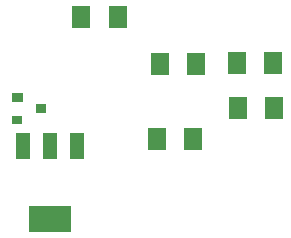
<source format=gbp>
G04 MADE WITH FRITZING*
G04 WWW.FRITZING.ORG*
G04 DOUBLE SIDED*
G04 HOLES PLATED*
G04 CONTOUR ON CENTER OF CONTOUR VECTOR*
%ASAXBY*%
%FSLAX23Y23*%
%MOIN*%
%OFA0B0*%
%SFA1.0B1.0*%
%ADD10R,0.062992X0.074803*%
%ADD11R,0.048000X0.088000*%
%ADD12R,0.141732X0.086614*%
%ADD13R,0.035433X0.031496*%
%ADD14R,0.001000X0.001000*%
%LNPASTEMASK0*%
G90*
G70*
G54D10*
X380Y932D03*
X257Y932D03*
X642Y774D03*
X520Y774D03*
X777Y776D03*
X899Y776D03*
X781Y626D03*
X903Y626D03*
X511Y523D03*
X633Y523D03*
G54D11*
X64Y500D03*
X155Y500D03*
X246Y500D03*
G54D12*
X155Y256D03*
G54D13*
X46Y588D03*
G36*
X64Y647D02*
X29Y647D01*
X29Y678D01*
X64Y678D01*
X64Y647D01*
G37*
D02*
G36*
X143Y609D02*
X107Y609D01*
X107Y641D01*
X143Y641D01*
X143Y609D01*
G37*
D02*
G54D14*
D02*
G04 End of PasteMask0*
M02*
</source>
